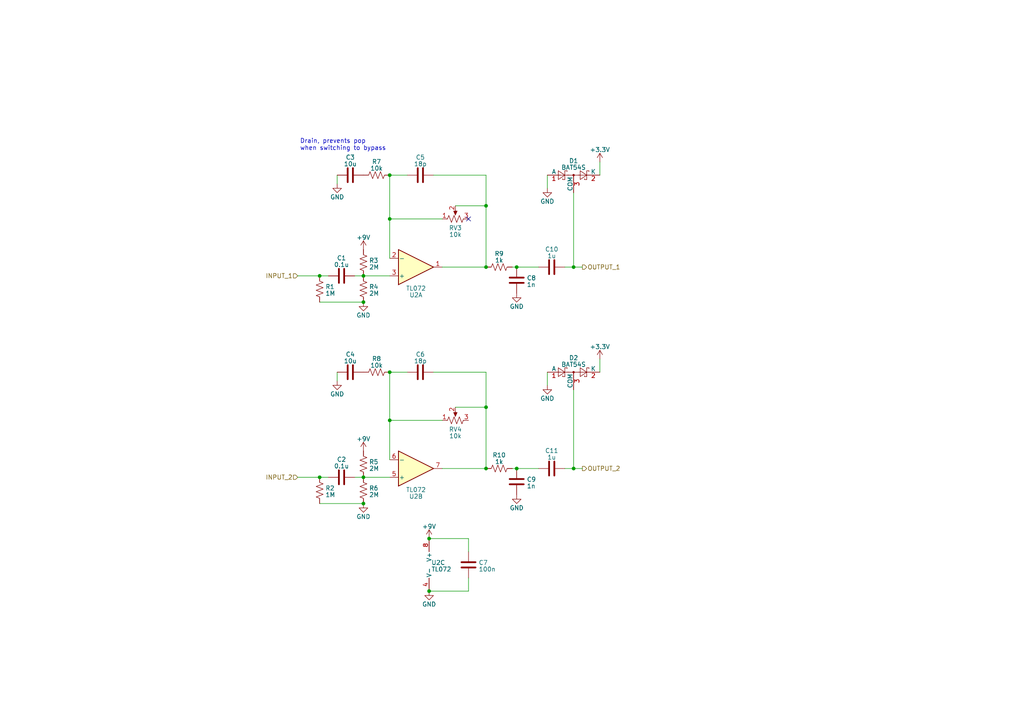
<source format=kicad_sch>
(kicad_sch (version 20230121) (generator eeschema)
  (paper "A4")
  (lib_symbols
    (symbol "Amplifier_Operational:TL072" (pin_names (offset 0.127))
      (property "Reference" "U" (at 0 5.08 0))
      (property "Value" "TL072" (at 0 -5.08 0))
      (symbol "TL072_1_1"
        (polyline (pts (xy -5.08 5.08) (xy 5.08 0) (xy -5.08 -5.08) (xy -5.08 5.08)) (stroke (width 0.254)) (fill (type background)))
        (pin output line (at 7.62 0 180) (length 2.54) (name "~") (number "1"))
        (pin input line (at -7.62 -2.54 0) (length 2.54) (name "-") (number "2"))
        (pin input line (at -7.62 2.54 0) (length 2.54) (name "+") (number "3"))
      )
      (symbol "TL072_2_1"
        (polyline (pts (xy -5.08 5.08) (xy 5.08 0) (xy -5.08 -5.08) (xy -5.08 5.08)) (stroke (width 0.254)) (fill (type background)))
        (pin input line (at -7.62 2.54 0) (length 2.54) (name "+") (number "5"))
        (pin input line (at -7.62 -2.54 0) (length 2.54) (name "-") (number "6"))
        (pin output line (at 7.62 0 180) (length 2.54) (name "~") (number "7"))
      )
      (symbol "TL072_3_1"
        (pin power_in line (at -2.54 -7.62 90) (length 3.81) (name "V-") (number "4"))
        (pin power_in line (at -2.54 7.62 270) (length 3.81) (name "V+") (number "8"))
      )
    )
    (symbol "Device:C" (pin_numbers hide) (pin_names (offset 0.254))
      (property "Reference" "C" (at 0.635 2.54 0))
      (property "Value" "C" (at 0.635 -2.54 0))
      (symbol "C_0_1"
        (polyline (pts (xy -2.032 -0.762) (xy 2.032 -0.762)) (stroke (width 0.508)))
        (polyline (pts (xy -2.032 0.762) (xy 2.032 0.762)) (stroke (width 0.508)))
      )
      (symbol "C_1_1"
        (pin passive line (at 0 3.81 270) (length 2.794) (name "~") (number "1"))
        (pin passive line (at 0 -3.81 90) (length 2.794) (name "~") (number "2"))
      )
    )
    (symbol "Device:R_Potentiometer_US" (pin_names (offset 1.016) hide)
      (property "Reference" "RV" (at -4.445 0 90))
      (property "Value" "R_Potentiometer_US" (at -2.54 0 90))
      (symbol "R_Potentiometer_US_0_1"
        (polyline (pts (xy 0 -2.286) (xy 0 -2.54)))
        (polyline (pts (xy 0 2.54) (xy 0 2.286)))
        (polyline (pts (xy 2.54 0) (xy 1.524 0)))
        (polyline (pts (xy 1.143 0) (xy 2.286 0.508) (xy 2.286 -0.508) (xy 1.143 0)) (fill (type outline)))
        (polyline (pts (xy 0 -0.762) (xy 1.016 -1.143) (xy 0 -1.524) (xy -1.016 -1.905) (xy 0 -2.286)))
        (polyline (pts (xy 0 0.762) (xy 1.016 0.381) (xy 0 0) (xy -1.016 -0.381) (xy 0 -0.762)))
        (polyline (pts (xy 0 2.286) (xy 1.016 1.905) (xy 0 1.524) (xy -1.016 1.143) (xy 0 0.762)))
      )
      (symbol "R_Potentiometer_US_1_1"
        (pin passive line (at 0 3.81 270) (length 1.27) (name "1") (number "1"))
        (pin passive line (at 3.81 0 180) (length 1.27) (name "2") (number "2"))
        (pin passive line (at 0 -3.81 90) (length 1.27) (name "3") (number "3"))
      )
    )
    (symbol "Device:R_US" (pin_numbers hide) (pin_names (offset 0))
      (property "Reference" "R" (at 2.54 0 90))
      (property "Value" "R_US" (at -2.54 0 90))
      (symbol "R_US_0_1"
        (polyline (pts (xy 0 -2.286) (xy 0 -2.54)))
        (polyline (pts (xy 0 2.286) (xy 0 2.54)))
        (polyline (pts (xy 0 -0.762) (xy 1.016 -1.143) (xy 0 -1.524) (xy -1.016 -1.905) (xy 0 -2.286)))
        (polyline (pts (xy 0 0.762) (xy 1.016 0.381) (xy 0 0) (xy -1.016 -0.381) (xy 0 -0.762)))
        (polyline (pts (xy 0 2.286) (xy 1.016 1.905) (xy 0 1.524) (xy -1.016 1.143) (xy 0 0.762)))
      )
      (symbol "R_US_1_1"
        (pin passive line (at 0 3.81 270) (length 1.27) (name "~") (number "1"))
        (pin passive line (at 0 -3.81 90) (length 1.27) (name "~") (number "2"))
      )
    )
    (symbol "Diode:BAT54S" (pin_names (offset 0))
      (property "Reference" "D" (at 2.54 -5.08 0))
      (property "Value" "BAT54S" (at -6.35 3.175 0))
      (symbol "BAT54S_0_1"
        (polyline (pts (xy -3.81 0) (xy -1.27 0)))
        (polyline (pts (xy -3.175 -1.27) (xy -3.175 -1.016)))
        (polyline (pts (xy -2.54 -1.27) (xy -3.175 -1.27)))
        (polyline (pts (xy -2.54 -1.27) (xy -2.54 1.27)))
        (polyline (pts (xy -2.54 1.27) (xy -1.905 1.27)))
        (polyline (pts (xy -1.905 0) (xy 1.905 0)))
        (polyline (pts (xy -1.905 1.27) (xy -1.905 1.016)))
        (polyline (pts (xy 1.27 0) (xy 3.81 0)))
        (polyline (pts (xy 3.175 -1.27) (xy 3.175 -1.016)))
        (polyline (pts (xy 3.81 -1.27) (xy 3.175 -1.27)))
        (polyline (pts (xy 3.81 -1.27) (xy 3.81 1.27)))
        (polyline (pts (xy 3.81 1.27) (xy 4.445 1.27)))
        (polyline (pts (xy 4.445 1.27) (xy 4.445 1.016)))
        (polyline (pts (xy -4.445 1.27) (xy -4.445 -1.27) (xy -2.54 0) (xy -4.445 1.27)))
        (polyline (pts (xy 1.905 1.27) (xy 1.905 -1.27) (xy 3.81 0) (xy 1.905 1.27)))
        (circle (center 0 0) (radius 0.254) (fill (type outline)))
      )
      (symbol "BAT54S_1_1"
        (pin passive line (at -7.62 0 0) (length 3.81) (name "A") (number "1"))
        (pin passive line (at 7.62 0 180) (length 3.81) (name "K") (number "2"))
        (pin passive line (at 0 -5.08 90) (length 5.08) (name "COM") (number "3"))
      )
    )
    (symbol "power:+3.3V" (power) (pin_names (offset 0))
      (property "Value" "+3.3V" (at 0 3.556 0))
      (symbol "+3.3V_0_1"
        (polyline (pts (xy -0.762 1.27) (xy 0 2.54)))
        (polyline (pts (xy 0 0) (xy 0 2.54)))
        (polyline (pts (xy 0 2.54) (xy 0.762 1.27)))
      )
      (symbol "+3.3V_1_1"
        (pin power_in line (at 0 0 90) (length 0) hide (name "+3.3V") (number "1"))
      )
    )
    (symbol "power:+9V" (power) (pin_names (offset 0))
      (property "Value" "+9V" (at 0 3.556 0))
      (symbol "+9V_0_1"
        (polyline (pts (xy -0.762 1.27) (xy 0 2.54)))
        (polyline (pts (xy 0 0) (xy 0 2.54)))
        (polyline (pts (xy 0 2.54) (xy 0.762 1.27)))
      )
      (symbol "+9V_1_1"
        (pin power_in line (at 0 0 90) (length 0) hide (name "+9V") (number "1"))
      )
    )
    (symbol "power:GND" (power) (pin_names (offset 0))
      (property "Value" "GND" (at 0 -3.81 0))
      (symbol "GND_0_1"
        (polyline (pts (xy 0 0) (xy 0 -1.27) (xy 1.27 -1.27) (xy 0 -2.54) (xy -1.27 -1.27) (xy 0 -1.27)))
      )
      (symbol "GND_1_1"
        (pin power_in line (at 0 0 270) (length 0) hide (name "GND") (number "1"))
      )
    )
  )
  (junction (at 105.41 146.05))
  (junction (at 105.41 138.43))
  (junction (at 140.97 77.47))
  (junction (at 140.97 118.11))
  (junction (at 124.46 171.45))
  (junction (at 92.71 138.43))
  (junction (at 140.97 135.89))
  (junction (at 149.86 135.89))
  (junction (at 105.41 87.63))
  (junction (at 113.03 63.5))
  (junction (at 140.97 59.69))
  (junction (at 149.86 77.47))
  (junction (at 105.41 80.01))
  (junction (at 113.03 107.95))
  (junction (at 92.71 80.01))
  (junction (at 124.46 156.21))
  (junction (at 113.03 121.92))
  (junction (at 166.37 135.89))
  (junction (at 166.37 77.47))
  (junction (at 113.03 50.8))
  (no_connect (at 135.89 63.5))
  (wire (pts (xy 125.73 50.8) (xy 140.97 50.8)))
  (wire (pts (xy 113.03 50.8) (xy 113.03 63.5)))
  (wire (pts (xy 132.08 59.69) (xy 140.97 59.69)))
  (wire (pts (xy 163.83 77.47) (xy 166.37 77.47)))
  (wire (pts (xy 113.03 63.5) (xy 128.27 63.5)))
  (wire (pts (xy 92.71 146.05) (xy 105.41 146.05)))
  (wire (pts (xy 132.08 118.11) (xy 140.97 118.11)))
  (wire (pts (xy 140.97 107.95) (xy 140.97 118.11)))
  (wire (pts (xy 166.37 77.47) (xy 168.91 77.47)))
  (wire (pts (xy 149.86 77.47) (xy 156.21 77.47)))
  (wire (pts (xy 113.03 50.8) (xy 118.11 50.8)))
  (wire (pts (xy 135.89 167.64) (xy 135.89 171.45)))
  (wire (pts (xy 113.03 121.92) (xy 113.03 133.35)))
  (wire (pts (xy 92.71 80.01) (xy 95.25 80.01)))
  (wire (pts (xy 173.99 46.99) (xy 173.99 50.8)))
  (wire (pts (xy 92.71 87.63) (xy 105.41 87.63)))
  (wire (pts (xy 113.03 107.95) (xy 113.03 121.92)))
  (wire (pts (xy 105.41 138.43) (xy 113.03 138.43)))
  (wire (pts (xy 148.59 77.47) (xy 149.86 77.47)))
  (wire (pts (xy 173.99 104.14) (xy 173.99 107.95)))
  (wire (pts (xy 86.36 80.01) (xy 92.71 80.01)))
  (wire (pts (xy 113.03 63.5) (xy 113.03 74.93)))
  (wire (pts (xy 97.79 107.95) (xy 97.79 110.49)))
  (wire (pts (xy 140.97 50.8) (xy 140.97 59.69)))
  (wire (pts (xy 102.87 138.43) (xy 105.41 138.43)))
  (wire (pts (xy 166.37 77.47) (xy 166.37 55.88)))
  (wire (pts (xy 97.79 50.8) (xy 97.79 53.34)))
  (wire (pts (xy 125.73 107.95) (xy 140.97 107.95)))
  (wire (pts (xy 92.71 138.43) (xy 95.25 138.43)))
  (wire (pts (xy 140.97 59.69) (xy 140.97 77.47)))
  (wire (pts (xy 113.03 121.92) (xy 128.27 121.92)))
  (wire (pts (xy 102.87 80.01) (xy 105.41 80.01)))
  (wire (pts (xy 140.97 118.11) (xy 140.97 135.89)))
  (wire (pts (xy 148.59 135.89) (xy 149.86 135.89)))
  (wire (pts (xy 158.75 107.95) (xy 158.75 111.76)))
  (wire (pts (xy 86.36 138.43) (xy 92.71 138.43)))
  (wire (pts (xy 140.97 77.47) (xy 128.27 77.47)))
  (wire (pts (xy 113.03 107.95) (xy 118.11 107.95)))
  (wire (pts (xy 158.75 50.8) (xy 158.75 54.61)))
  (wire (pts (xy 163.83 135.89) (xy 166.37 135.89)))
  (wire (pts (xy 124.46 156.21) (xy 135.89 156.21)))
  (wire (pts (xy 135.89 171.45) (xy 124.46 171.45)))
  (wire (pts (xy 105.41 80.01) (xy 113.03 80.01)))
  (wire (pts (xy 135.89 156.21) (xy 135.89 160.02)))
  (wire (pts (xy 149.86 135.89) (xy 156.21 135.89)))
  (wire (pts (xy 140.97 135.89) (xy 128.27 135.89)))
  (wire (pts (xy 166.37 135.89) (xy 168.91 135.89)))
  (wire (pts (xy 166.37 135.89) (xy 166.37 113.03)))
  (text "Drain, prevents pop\nwhen switching to bypass" (at 86.995 43.815 0) (effects (font (size 1.27 1.27)) (justify left bottom)))
  (hierarchical_label "INPUT_2" (shape input) (at 86.36 138.43 180))
  (hierarchical_label "OUTPUT_2" (shape output) (at 168.91 135.89 0))
  (hierarchical_label "OUTPUT_1" (shape output) (at 168.91 77.47 0))
  (hierarchical_label "INPUT_1" (shape input) (at 86.36 80.01 180))
  (symbol (lib_id "Device:R_US") (at 105.41 142.24 0) (unit 1)
    (property "Reference" "R6" (at 107.061 141.5963 0) (effects (justify left)))
    (property "Value" "2M" (at 107.061 143.5173 0) (effects (justify left)))
    (property "Footprint" "Resistor_SMD:R_0603_1608Metric" (effects hide))
    (instances (project "body" (path "" (reference "R6") (unit 1)) (path "" (reference "R16") (unit 1)) (path "" (reference "R26") (unit 1))) (project "stomp_00" (path "" (reference "R9") (unit 1))))
  )
  (symbol (lib_id "Device:C") (at 135.89 163.83 180) (unit 1)
    (property "Reference" "C7" (at 138.811 163.1863 0) (effects (justify right)))
    (property "Value" "100n" (at 138.811 165.1073 0) (effects (justify right)))
    (property "Footprint" "Capacitor_SMD:C_0603_1608Metric" (effects hide))
    (instances (project "body" (path "" (reference "C7") (unit 1)) (path "" (reference "C18") (unit 1)) (path "" (reference "C29") (unit 1))) (project "stomp_00" (path "" (reference "C13") (unit 1))))
  )
  (symbol (lib_id "power:+9V") (at 105.41 72.39 0) (unit 1)
    (property "Reference" "#PWR05" (effects hide))
    (property "Value" "+9V" (at 105.41 68.8881 0))
    (instances (project "body" (path "" (reference "#PWR05") (unit 1)) (path "" (reference "#PWR019") (unit 1)) (path "" (reference "#PWR033") (unit 1))) (project "stomp_00" (path "" (reference "#PWR019") (unit 1))))
  )
  (symbol (lib_id "Device:C") (at 101.6 107.95 90) (unit 1)
    (property "Reference" "C4" (at 101.6 102.7811 90))
    (property "Value" "10u" (at 101.6 104.7021 90))
    (property "Footprint" "Capacitor_SMD:C_0603_1608Metric" (effects hide))
    (instances (project "body" (path "" (reference "C4") (unit 1)) (path "" (reference "C15") (unit 1)) (path "" (reference "C26") (unit 1))) (project "stomp_00" (path "" (reference "C10") (unit 1))))
  )
  (symbol (lib_id "Device:R_US") (at 92.71 142.24 0) (unit 1)
    (property "Reference" "R2" (at 94.361 141.5963 0) (effects (justify left)))
    (property "Value" "1M" (at 94.361 143.5173 0) (effects (justify left)))
    (property "Footprint" "Resistor_SMD:R_0603_1608Metric" (effects hide))
    (instances (project "body" (path "" (reference "R2") (unit 1)) (path "" (reference "R12") (unit 1)) (path "" (reference "R22") (unit 1))) (project "stomp_00" (path "" (reference "R5") (unit 1))))
  )
  (symbol (lib_id "Device:R_US") (at 144.78 77.47 90) (unit 1)
    (property "Reference" "R9" (at 144.78 73.5711 90))
    (property "Value" "1k" (at 144.78 75.4921 90))
    (property "Footprint" "Resistor_SMD:R_0603_1608Metric" (effects hide))
    (instances (project "body" (path "" (reference "R9") (unit 1)) (path "" (reference "R19") (unit 1)) (path "" (reference "R29") (unit 1))) (project "stomp_00" (path "" (reference "R16") (unit 1))))
  )
  (symbol (lib_id "Diode:BAT54S") (at 166.37 107.95 0) (unit 1)
    (property "Reference" "D2" (at 166.37 103.7971 0))
    (property "Value" "BAT54S" (at 166.37 105.7181 0))
    (property "Footprint" "Package_TO_SOT_SMD:SOT-23" (effects hide))
    (property "Datasheet" "https://www.diodes.com/assets/Datasheets/ds11005.pdf" (effects hide))
    (instances (project "body" (path "" (reference "D2") (unit 1)) (path "" (reference "D4") (unit 1)) (path "" (reference "D6") (unit 1))) (project "stomp_00" (path "" (reference "D4") (unit 1))))
  )
  (symbol (lib_id "Device:C") (at 149.86 139.7 0) (unit 1)
    (property "Reference" "C9" (at 152.781 139.0563 0) (effects (justify left)))
    (property "Value" "1n" (at 152.781 140.9773 0) (effects (justify left)))
    (property "Footprint" "Capacitor_SMD:C_0603_1608Metric" (effects hide))
    (instances (project "body" (path "" (reference "C9") (unit 1)) (path "" (reference "C20") (unit 1)) (path "" (reference "C31") (unit 1))) (project "stomp_00" (path "" (reference "C15") (unit 1))))
  )
  (symbol (lib_id "power:GND") (at 97.79 110.49 0) (unit 1)
    (property "Reference" "#PWR04" (effects hide))
    (property "Value" "GND" (at 97.79 114.3 0))
    (instances (project "body" (path "" (reference "#PWR04") (unit 1)) (path "" (reference "#PWR018") (unit 1)) (path "" (reference "#PWR032") (unit 1))) (project "stomp_00" (path "" (reference "#PWR018") (unit 1))))
  )
  (symbol (lib_id "Device:R_US") (at 92.71 83.82 0) (unit 1)
    (property "Reference" "R1" (at 94.361 83.1763 0) (effects (justify left)))
    (property "Value" "1M" (at 94.361 85.0973 0) (effects (justify left)))
    (property "Footprint" "Resistor_SMD:R_0603_1608Metric" (effects hide))
    (instances (project "body" (path "" (reference "R1") (unit 1)) (path "" (reference "R11") (unit 1)) (path "" (reference "R21") (unit 1))) (project "stomp_00" (path "" (reference "R4") (unit 1))))
  )
  (symbol (lib_id "Amplifier_Operational:TL072") (at 120.65 135.89 0) (mirror x) (unit 2)
    (property "Reference" "U2" (at 120.65 143.9799 0))
    (property "Value" "TL072" (at 120.65 142.0589 0))
    (property "Footprint" "Package_SO:SOIC-8_3.9x4.9mm_P1.27mm" (effects hide))
    (property "Datasheet" "http://www.ti.com/lit/ds/symlink/tl071.pdf" (effects hide))
    (instances (project "body" (path "" (reference "U2") (unit 2)) (path "" (reference "U3") (unit 2)) (path "" (reference "U4") (unit 2))) (project "stomp_00" (path "" (reference "U2") (unit 2)) (path "" (reference "U3") (unit 2))))
  )
  (symbol (lib_id "power:+3.3V") (at 173.99 46.99 0) (unit 1)
    (property "Reference" "#PWR015" (effects hide))
    (property "Value" "+3.3V" (at 173.99 43.434 0))
    (instances (project "body" (path "" (reference "#PWR015") (unit 1)) (path "" (reference "#PWR029") (unit 1)) (path "" (reference "#PWR043") (unit 1))) (project "stomp_00" (path "" (reference "#PWR029") (unit 1))))
  )
  (symbol (lib_id "Device:R_US") (at 109.22 50.8 90) (unit 1)
    (property "Reference" "R7" (at 109.22 46.9011 90))
    (property "Value" "10k" (at 109.22 48.8221 90))
    (property "Footprint" "Resistor_SMD:R_0603_1608Metric" (effects hide))
    (instances (project "body" (path "" (reference "R7") (unit 1)) (path "" (reference "R17") (unit 1)) (path "" (reference "R27") (unit 1))) (project "stomp_00" (path "" (reference "R10") (unit 1))))
  )
  (symbol (lib_id "Device:C") (at 101.6 50.8 90) (unit 1)
    (property "Reference" "C3" (at 101.6 45.6311 90))
    (property "Value" "10u" (at 101.6 47.5521 90))
    (property "Footprint" "Capacitor_SMD:C_0603_1608Metric" (effects hide))
    (instances (project "body" (path "" (reference "C3") (unit 1)) (path "" (reference "C14") (unit 1)) (path "" (reference "C25") (unit 1))) (project "stomp_00" (path "" (reference "C9") (unit 1))))
  )
  (symbol (lib_id "power:GND") (at 158.75 54.61 0) (unit 1)
    (property "Reference" "#PWR013" (effects hide))
    (property "Value" "GND" (at 158.75 58.42 0))
    (instances (project "body" (path "" (reference "#PWR013") (unit 1)) (path "" (reference "#PWR027") (unit 1)) (path "" (reference "#PWR041") (unit 1))) (project "stomp_00" (path "" (reference "#PWR027") (unit 1))))
  )
  (symbol (lib_id "Amplifier_Operational:TL072") (at 127 163.83 0) (unit 3)
    (property "Reference" "U2" (at 125.095 163.1863 0) (effects (justify left)))
    (property "Value" "TL072" (at 125.095 165.1073 0) (effects (justify left)))
    (property "Footprint" "Package_SO:SOIC-8_3.9x4.9mm_P1.27mm" (effects hide))
    (property "Datasheet" "http://www.ti.com/lit/ds/symlink/tl071.pdf" (effects hide))
    (instances (project "body" (path "" (reference "U2") (unit 3)) (path "" (reference "U3") (unit 3)) (path "" (reference "U4") (unit 3))) (project "stomp_00" (path "" (reference "U2") (unit 3)) (path "" (reference "U3") (unit 3))))
  )
  (symbol (lib_id "power:GND") (at 105.41 146.05 0) (unit 1)
    (property "Reference" "#PWR08" (effects hide))
    (property "Value" "GND" (at 105.41 149.86 0))
    (instances (project "body" (path "" (reference "#PWR08") (unit 1)) (path "" (reference "#PWR022") (unit 1)) (path "" (reference "#PWR036") (unit 1))) (project "stomp_00" (path "" (reference "#PWR022") (unit 1))))
  )
  (symbol (lib_id "power:GND") (at 124.46 171.45 0) (unit 1)
    (property "Reference" "#PWR010" (effects hide))
    (property "Value" "GND" (at 124.46 175.26 0))
    (instances (project "body" (path "" (reference "#PWR010") (unit 1)) (path "" (reference "#PWR024") (unit 1)) (path "" (reference "#PWR038") (unit 1))) (project "stomp_00" (path "" (reference "#PWR024") (unit 1))))
  )
  (symbol (lib_id "Device:R_Potentiometer_US") (at 132.08 121.92 90) (unit 1)
    (property "Reference" "RV4" (at 132.08 124.5315 90))
    (property "Value" "10k" (at 132.08 126.4525 90))
    (property "Footprint" "Potentiometer_THT:Potentiometer_Bourns_3296W_Vertical" (effects hide))
    (instances (project "body" (path "" (reference "RV4") (unit 1)) (path "" (reference "RV2") (unit 1)) (path "" (reference "RV6") (unit 1))))
  )
  (symbol (lib_id "Amplifier_Operational:TL072") (at 120.65 77.47 0) (mirror x) (unit 1)
    (property "Reference" "U2" (at 120.65 85.5599 0))
    (property "Value" "TL072" (at 120.65 83.6389 0))
    (property "Footprint" "Package_SO:SOIC-8_3.9x4.9mm_P1.27mm" (effects hide))
    (property "Datasheet" "http://www.ti.com/lit/ds/symlink/tl071.pdf" (effects hide))
    (instances (project "body" (path "" (reference "U2") (unit 1)) (path "" (reference "U3") (unit 1)) (path "" (reference "U4") (unit 1))) (project "stomp_00" (path "" (reference "U2") (unit 1)) (path "" (reference "U3") (unit 1))))
  )
  (symbol (lib_id "Device:R_US") (at 109.22 107.95 90) (unit 1)
    (property "Reference" "R8" (at 109.22 104.0511 90))
    (property "Value" "10k" (at 109.22 105.9721 90))
    (property "Footprint" "Resistor_SMD:R_0603_1608Metric" (effects hide))
    (instances (project "body" (path "" (reference "R8") (unit 1)) (path "" (reference "R18") (unit 1)) (path "" (reference "R28") (unit 1))) (project "stomp_00" (path "" (reference "R11") (unit 1))))
  )
  (symbol (lib_id "Device:R_US") (at 105.41 134.62 0) (unit 1)
    (property "Reference" "R5" (at 107.061 133.9763 0) (effects (justify left)))
    (property "Value" "2M" (at 107.061 135.8973 0) (effects (justify left)))
    (property "Footprint" "Resistor_SMD:R_0603_1608Metric" (effects hide))
    (instances (project "body" (path "" (reference "R5") (unit 1)) (path "" (reference "R15") (unit 1)) (path "" (reference "R25") (unit 1))) (project "stomp_00" (path "" (reference "R8") (unit 1))))
  )
  (symbol (lib_id "Device:C") (at 121.92 50.8 90) (unit 1)
    (property "Reference" "C5" (at 121.92 45.6311 90))
    (property "Value" "18p" (at 121.92 47.5521 90))
    (property "Footprint" "Capacitor_SMD:C_0603_1608Metric" (effects hide))
    (instances (project "body" (path "" (reference "C5") (unit 1)) (path "" (reference "C16") (unit 1)) (path "" (reference "C27") (unit 1))) (project "stomp_00" (path "" (reference "C11") (unit 1))))
  )
  (symbol (lib_id "Device:C") (at 99.06 138.43 90) (unit 1)
    (property "Reference" "C2" (at 99.06 133.2611 90))
    (property "Value" "0.1u" (at 99.06 135.1821 90))
    (property "Footprint" "Capacitor_SMD:C_0603_1608Metric" (effects hide))
    (instances (project "body" (path "" (reference "C2") (unit 1)) (path "" (reference "C13") (unit 1)) (path "" (reference "C24") (unit 1))) (project "stomp_00" (path "" (reference "C8") (unit 1))))
  )
  (symbol (lib_id "power:GND") (at 158.75 111.76 0) (unit 1)
    (property "Reference" "#PWR014" (effects hide))
    (property "Value" "GND" (at 158.75 115.57 0))
    (instances (project "body" (path "" (reference "#PWR014") (unit 1)) (path "" (reference "#PWR028") (unit 1)) (path "" (reference "#PWR042") (unit 1))) (project "stomp_00" (path "" (reference "#PWR028") (unit 1))))
  )
  (symbol (lib_id "Device:C") (at 99.06 80.01 90) (unit 1)
    (property "Reference" "C1" (at 99.06 74.8411 90))
    (property "Value" "0.1u" (at 99.06 76.7621 90))
    (property "Footprint" "Capacitor_SMD:C_0603_1608Metric" (effects hide))
    (instances (project "body" (path "" (reference "C1") (unit 1)) (path "" (reference "C12") (unit 1)) (path "" (reference "C23") (unit 1))) (project "stomp_00" (path "" (reference "C7") (unit 1))))
  )
  (symbol (lib_id "Device:C") (at 121.92 107.95 90) (unit 1)
    (property "Reference" "C6" (at 121.92 102.7811 90))
    (property "Value" "18p" (at 121.92 104.7021 90))
    (property "Footprint" "Capacitor_SMD:C_0603_1608Metric" (effects hide))
    (instances (project "body" (path "" (reference "C6") (unit 1)) (path "" (reference "C17") (unit 1)) (path "" (reference "C28") (unit 1))) (project "stomp_00" (path "" (reference "C12") (unit 1))))
  )
  (symbol (lib_id "power:+9V") (at 124.46 156.21 0) (unit 1)
    (property "Reference" "#PWR09" (effects hide))
    (property "Value" "+9V" (at 124.46 152.7081 0))
    (instances (project "body" (path "" (reference "#PWR09") (unit 1)) (path "" (reference "#PWR023") (unit 1)) (path "" (reference "#PWR037") (unit 1))) (project "stomp_00" (path "" (reference "#PWR023") (unit 1))))
  )
  (symbol (lib_id "Device:R_US") (at 105.41 76.2 0) (unit 1)
    (property "Reference" "R3" (at 107.061 75.5563 0) (effects (justify left)))
    (property "Value" "2M" (at 107.061 77.4773 0) (effects (justify left)))
    (property "Footprint" "Resistor_SMD:R_0603_1608Metric" (effects hide))
    (instances (project "body" (path "" (reference "R3") (unit 1)) (path "" (reference "R13") (unit 1)) (path "" (reference "R23") (unit 1))) (project "stomp_00" (path "" (reference "R6") (unit 1))))
  )
  (symbol (lib_id "power:+9V") (at 105.41 130.81 0) (unit 1)
    (property "Reference" "#PWR07" (effects hide))
    (property "Value" "+9V" (at 105.41 127.3081 0))
    (instances (project "body" (path "" (reference "#PWR07") (unit 1)) (path "" (reference "#PWR021") (unit 1)) (path "" (reference "#PWR035") (unit 1))) (project "stomp_00" (path "" (reference "#PWR021") (unit 1))))
  )
  (symbol (lib_id "Device:C") (at 160.02 77.47 270) (unit 1)
    (property "Reference" "C10" (at 160.02 72.3011 90))
    (property "Value" "1u" (at 160.02 74.2221 90))
    (property "Footprint" "Capacitor_SMD:C_0603_1608Metric" (effects hide))
    (instances (project "body" (path "" (reference "C10") (unit 1)) (path "" (reference "C21") (unit 1)) (path "" (reference "C32") (unit 1))) (project "stomp_00" (path "" (reference "C16") (unit 1))))
  )
  (symbol (lib_id "Device:R_US") (at 105.41 83.82 0) (unit 1)
    (property "Reference" "R4" (at 107.061 83.1763 0) (effects (justify left)))
    (property "Value" "2M" (at 107.061 85.0973 0) (effects (justify left)))
    (property "Footprint" "Resistor_SMD:R_0603_1608Metric" (effects hide))
    (instances (project "body" (path "" (reference "R4") (unit 1)) (path "" (reference "R14") (unit 1)) (path "" (reference "R24") (unit 1))) (project "stomp_00" (path "" (reference "R7") (unit 1))))
  )
  (symbol (lib_id "power:GND") (at 105.41 87.63 0) (unit 1)
    (property "Reference" "#PWR06" (effects hide))
    (property "Value" "GND" (at 105.41 91.44 0))
    (instances (project "body" (path "" (reference "#PWR06") (unit 1)) (path "" (reference "#PWR020") (unit 1)) (path "" (reference "#PWR034") (unit 1))) (project "stomp_00" (path "" (reference "#PWR020") (unit 1))))
  )
  (symbol (lib_id "power:GND") (at 149.86 143.51 0) (unit 1)
    (property "Reference" "#PWR012" (effects hide))
    (property "Value" "GND" (at 149.86 147.32 0))
    (instances (project "body" (path "" (reference "#PWR012") (unit 1)) (path "" (reference "#PWR026") (unit 1)) (path "" (reference "#PWR040") (unit 1))) (project "stomp_00" (path "" (reference "#PWR026") (unit 1))))
  )
  (symbol (lib_id "power:+3.3V") (at 173.99 104.14 0) (unit 1)
    (property "Reference" "#PWR016" (effects hide))
    (property "Value" "+3.3V" (at 173.99 100.584 0))
    (instances (project "body" (path "" (reference "#PWR016") (unit 1)) (path "" (reference "#PWR030") (unit 1)) (path "" (reference "#PWR044") (unit 1))) (project "stomp_00" (path "" (reference "#PWR030") (unit 1))))
  )
  (symbol (lib_id "power:GND") (at 97.79 53.34 0) (unit 1)
    (property "Reference" "#PWR03" (effects hide))
    (property "Value" "GND" (at 97.79 57.15 0))
    (instances (project "body" (path "" (reference "#PWR03") (unit 1)) (path "" (reference "#PWR017") (unit 1)) (path "" (reference "#PWR031") (unit 1))) (project "stomp_00" (path "" (reference "#PWR017") (unit 1))))
  )
  (symbol (lib_id "Device:C") (at 149.86 81.28 0) (unit 1)
    (property "Reference" "C8" (at 152.781 80.6363 0) (effects (justify left)))
    (property "Value" "1n" (at 152.781 82.5573 0) (effects (justify left)))
    (property "Footprint" "Capacitor_SMD:C_0603_1608Metric" (effects hide))
    (instances (project "body" (path "" (reference "C8") (unit 1)) (path "" (reference "C19") (unit 1)) (path "" (reference "C30") (unit 1))) (project "stomp_00" (path "" (reference "C14") (unit 1))))
  )
  (symbol (lib_id "Device:R_Potentiometer_US") (at 132.08 63.5 90) (unit 1)
    (property "Reference" "RV3" (at 132.08 66.1115 90))
    (property "Value" "10k" (at 132.08 68.0325 90))
    (property "Footprint" "Potentiometer_THT:Potentiometer_Bourns_3296W_Vertical" (effects hide))
    (instances (project "body" (path "" (reference "RV3") (unit 1)) (path "" (reference "RV1") (unit 1)) (path "" (reference "RV5") (unit 1))))
  )
  (symbol (lib_id "Device:R_US") (at 144.78 135.89 90) (unit 1)
    (property "Reference" "R10" (at 144.78 131.9911 90))
    (property "Value" "1k" (at 144.78 133.9121 90))
    (property "Footprint" "Resistor_SMD:R_0603_1608Metric" (effects hide))
    (instances (project "body" (path "" (reference "R10") (unit 1)) (path "" (reference "R20") (unit 1)) (path "" (reference "R30") (unit 1))) (project "stomp_00" (path "" (reference "R17") (unit 1))))
  )
  (symbol (lib_id "Diode:BAT54S") (at 166.37 50.8 0) (unit 1)
    (property "Reference" "D1" (at 166.37 46.6471 0))
    (property "Value" "BAT54S" (at 166.37 48.5681 0))
    (property "Footprint" "Package_TO_SOT_SMD:SOT-23" (effects hide))
    (property "Datasheet" "https://www.diodes.com/assets/Datasheets/ds11005.pdf" (effects hide))
    (instances (project "body" (path "" (reference "D1") (unit 1)) (path "" (reference "D3") (unit 1)) (path "" (reference "D5") (unit 1))) (project "stomp_00" (path "" (reference "D3") (unit 1))))
  )
  (symbol (lib_id "Device:C") (at 160.02 135.89 270) (unit 1)
    (property "Reference" "C11" (at 160.02 130.7211 90))
    (property "Value" "1u" (at 160.02 132.6421 90))
    (property "Footprint" "Capacitor_SMD:C_0603_1608Metric" (effects hide))
    (instances (project "body" (path "" (reference "C11") (unit 1)) (path "" (reference "C22") (unit 1)) (path "" (reference "C33") (unit 1))) (project "stomp_00" (path "" (reference "C17") (unit 1))))
  )
  (symbol (lib_id "power:GND") (at 149.86 85.09 0) (unit 1)
    (property "Reference" "#PWR011" (effects hide))
    (property "Value" "GND" (at 149.86 88.9 0))
    (instances (project "body" (path "" (reference "#PWR011") (unit 1)) (path "" (reference "#PWR025") (unit 1)) (path "" (reference "#PWR039") (unit 1))) (project "stomp_00" (path "" (reference "#PWR025") (unit 1))))
  )
)
</source>
